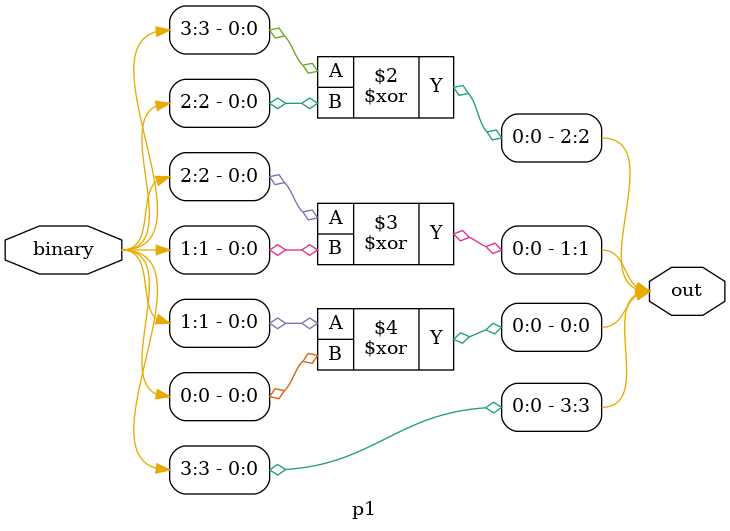
<source format=v>
module p1(out,binary);
	output [3:0] out;
	input [3:0] binary;
	and gray4(out[3],binary[3],binary[3]);
	xor gray3(out[2],binary[3],binary[2]);
	xor gray2(out[1],binary[2],binary[1]);
	xor gray1(out[0],binary[1],binary[0]);
endmodule

</source>
